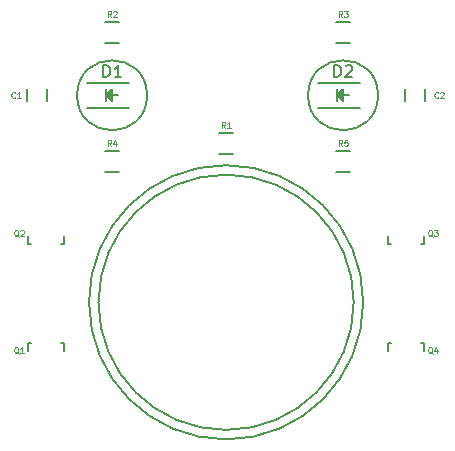
<source format=gto>
G04 #@! TF.FileFunction,Legend,Top*
%FSLAX46Y46*%
G04 Gerber Fmt 4.6, Leading zero omitted, Abs format (unit mm)*
G04 Created by KiCad (PCBNEW (2015-05-03 BZR 5637)-product) date 2015 September 05, Saturday 19:12:16*
%MOMM*%
G01*
G04 APERTURE LIST*
%ADD10C,0.100000*%
%ADD11C,0.150000*%
%ADD12C,1.651000*%
%ADD13R,1.250000X1.500000*%
%ADD14R,1.500000X1.300000*%
%ADD15R,13.000000X1.540000*%
%ADD16R,10.000000X1.540000*%
%ADD17R,2.000000X2.000000*%
%ADD18C,1.524000*%
%ADD19R,1.524000X1.524000*%
%ADD20C,1.540000*%
%ADD21R,0.800100X0.800100*%
%ADD22R,1.597660X1.800860*%
G04 APERTURE END LIST*
D10*
D11*
X131230000Y-101354000D02*
X131230000Y-102354000D01*
X132930000Y-102354000D02*
X132930000Y-101354000D01*
X164934000Y-102354000D02*
X164934000Y-101354000D01*
X163234000Y-101354000D02*
X163234000Y-102354000D01*
X147482000Y-105043000D02*
X148682000Y-105043000D01*
X148682000Y-106793000D02*
X147482000Y-106793000D01*
X137830000Y-95645000D02*
X139030000Y-95645000D01*
X139030000Y-97395000D02*
X137830000Y-97395000D01*
X157388000Y-95645000D02*
X158588000Y-95645000D01*
X158588000Y-97395000D02*
X157388000Y-97395000D01*
X137830000Y-106567000D02*
X139030000Y-106567000D01*
X139030000Y-108317000D02*
X137830000Y-108317000D01*
X158588000Y-108317000D02*
X157388000Y-108317000D01*
X157388000Y-106567000D02*
X158588000Y-106567000D01*
X159688438Y-119380000D02*
G75*
G03X159688438Y-119380000I-11606438J0D01*
G01*
X158888200Y-119380000D02*
G75*
G03X158888200Y-119380000I-10806200J0D01*
G01*
X134141160Y-122793760D02*
X134092900Y-122793760D01*
X131342180Y-123494800D02*
X131342180Y-122793760D01*
X131342180Y-122793760D02*
X131591100Y-122793760D01*
X134141160Y-122793760D02*
X134341820Y-122793760D01*
X134341820Y-122793760D02*
X134341820Y-123494800D01*
X131542840Y-114442240D02*
X131591100Y-114442240D01*
X134341820Y-113741200D02*
X134341820Y-114442240D01*
X134341820Y-114442240D02*
X134092900Y-114442240D01*
X131542840Y-114442240D02*
X131342180Y-114442240D01*
X131342180Y-114442240D02*
X131342180Y-113741200D01*
X162022840Y-114442240D02*
X162071100Y-114442240D01*
X164821820Y-113741200D02*
X164821820Y-114442240D01*
X164821820Y-114442240D02*
X164572900Y-114442240D01*
X162022840Y-114442240D02*
X161822180Y-114442240D01*
X161822180Y-114442240D02*
X161822180Y-113741200D01*
X164621160Y-122793760D02*
X164572900Y-122793760D01*
X161822180Y-123494800D02*
X161822180Y-122793760D01*
X161822180Y-122793760D02*
X162071100Y-122793760D01*
X164621160Y-122793760D02*
X164821820Y-122793760D01*
X164821820Y-122793760D02*
X164821820Y-123494800D01*
X141392124Y-101854000D02*
G75*
G03X141392124Y-101854000I-2962124J0D01*
G01*
X136280000Y-102904000D02*
X139880000Y-102904000D01*
X136280000Y-100804000D02*
X139880000Y-100804000D01*
X138330000Y-101554000D02*
X138330000Y-102154000D01*
X138330000Y-102154000D02*
X138030000Y-101854000D01*
X138030000Y-101854000D02*
X138230000Y-101654000D01*
X138230000Y-101654000D02*
X138230000Y-101904000D01*
X138230000Y-101904000D02*
X138180000Y-101854000D01*
X137930000Y-101354000D02*
X137930000Y-102354000D01*
X138430000Y-101854000D02*
X138930000Y-101854000D01*
X137930000Y-101854000D02*
X138430000Y-101354000D01*
X138430000Y-101354000D02*
X138430000Y-102354000D01*
X138430000Y-102354000D02*
X137930000Y-101854000D01*
X160950124Y-101854000D02*
G75*
G03X160950124Y-101854000I-2962124J0D01*
G01*
X155838000Y-102904000D02*
X159438000Y-102904000D01*
X155838000Y-100804000D02*
X159438000Y-100804000D01*
X157888000Y-101554000D02*
X157888000Y-102154000D01*
X157888000Y-102154000D02*
X157588000Y-101854000D01*
X157588000Y-101854000D02*
X157788000Y-101654000D01*
X157788000Y-101654000D02*
X157788000Y-101904000D01*
X157788000Y-101904000D02*
X157738000Y-101854000D01*
X157488000Y-101354000D02*
X157488000Y-102354000D01*
X157988000Y-101854000D02*
X158488000Y-101854000D01*
X157488000Y-101854000D02*
X157988000Y-101354000D01*
X157988000Y-101354000D02*
X157988000Y-102354000D01*
X157988000Y-102354000D02*
X157488000Y-101854000D01*
D10*
X130218667Y-102032571D02*
X130194857Y-102056381D01*
X130123429Y-102080190D01*
X130075810Y-102080190D01*
X130004381Y-102056381D01*
X129956762Y-102008762D01*
X129932953Y-101961143D01*
X129909143Y-101865905D01*
X129909143Y-101794476D01*
X129932953Y-101699238D01*
X129956762Y-101651619D01*
X130004381Y-101604000D01*
X130075810Y-101580190D01*
X130123429Y-101580190D01*
X130194857Y-101604000D01*
X130218667Y-101627810D01*
X130694857Y-102080190D02*
X130409143Y-102080190D01*
X130552000Y-102080190D02*
X130552000Y-101580190D01*
X130504381Y-101651619D01*
X130456762Y-101699238D01*
X130409143Y-101723048D01*
X166032667Y-102032571D02*
X166008857Y-102056381D01*
X165937429Y-102080190D01*
X165889810Y-102080190D01*
X165818381Y-102056381D01*
X165770762Y-102008762D01*
X165746953Y-101961143D01*
X165723143Y-101865905D01*
X165723143Y-101794476D01*
X165746953Y-101699238D01*
X165770762Y-101651619D01*
X165818381Y-101604000D01*
X165889810Y-101580190D01*
X165937429Y-101580190D01*
X166008857Y-101604000D01*
X166032667Y-101627810D01*
X166223143Y-101627810D02*
X166246953Y-101604000D01*
X166294572Y-101580190D01*
X166413619Y-101580190D01*
X166461238Y-101604000D01*
X166485048Y-101627810D01*
X166508857Y-101675429D01*
X166508857Y-101723048D01*
X166485048Y-101794476D01*
X166199334Y-102080190D01*
X166508857Y-102080190D01*
X147998667Y-104620190D02*
X147832000Y-104382095D01*
X147712953Y-104620190D02*
X147712953Y-104120190D01*
X147903429Y-104120190D01*
X147951048Y-104144000D01*
X147974857Y-104167810D01*
X147998667Y-104215429D01*
X147998667Y-104286857D01*
X147974857Y-104334476D01*
X147951048Y-104358286D01*
X147903429Y-104382095D01*
X147712953Y-104382095D01*
X148474857Y-104620190D02*
X148189143Y-104620190D01*
X148332000Y-104620190D02*
X148332000Y-104120190D01*
X148284381Y-104191619D01*
X148236762Y-104239238D01*
X148189143Y-104263048D01*
X138346667Y-95222190D02*
X138180000Y-94984095D01*
X138060953Y-95222190D02*
X138060953Y-94722190D01*
X138251429Y-94722190D01*
X138299048Y-94746000D01*
X138322857Y-94769810D01*
X138346667Y-94817429D01*
X138346667Y-94888857D01*
X138322857Y-94936476D01*
X138299048Y-94960286D01*
X138251429Y-94984095D01*
X138060953Y-94984095D01*
X138537143Y-94769810D02*
X138560953Y-94746000D01*
X138608572Y-94722190D01*
X138727619Y-94722190D01*
X138775238Y-94746000D01*
X138799048Y-94769810D01*
X138822857Y-94817429D01*
X138822857Y-94865048D01*
X138799048Y-94936476D01*
X138513334Y-95222190D01*
X138822857Y-95222190D01*
X157904667Y-95222190D02*
X157738000Y-94984095D01*
X157618953Y-95222190D02*
X157618953Y-94722190D01*
X157809429Y-94722190D01*
X157857048Y-94746000D01*
X157880857Y-94769810D01*
X157904667Y-94817429D01*
X157904667Y-94888857D01*
X157880857Y-94936476D01*
X157857048Y-94960286D01*
X157809429Y-94984095D01*
X157618953Y-94984095D01*
X158071334Y-94722190D02*
X158380857Y-94722190D01*
X158214191Y-94912667D01*
X158285619Y-94912667D01*
X158333238Y-94936476D01*
X158357048Y-94960286D01*
X158380857Y-95007905D01*
X158380857Y-95126952D01*
X158357048Y-95174571D01*
X158333238Y-95198381D01*
X158285619Y-95222190D01*
X158142762Y-95222190D01*
X158095143Y-95198381D01*
X158071334Y-95174571D01*
X138346667Y-106144190D02*
X138180000Y-105906095D01*
X138060953Y-106144190D02*
X138060953Y-105644190D01*
X138251429Y-105644190D01*
X138299048Y-105668000D01*
X138322857Y-105691810D01*
X138346667Y-105739429D01*
X138346667Y-105810857D01*
X138322857Y-105858476D01*
X138299048Y-105882286D01*
X138251429Y-105906095D01*
X138060953Y-105906095D01*
X138775238Y-105810857D02*
X138775238Y-106144190D01*
X138656191Y-105620381D02*
X138537143Y-105977524D01*
X138846667Y-105977524D01*
X157904667Y-106144190D02*
X157738000Y-105906095D01*
X157618953Y-106144190D02*
X157618953Y-105644190D01*
X157809429Y-105644190D01*
X157857048Y-105668000D01*
X157880857Y-105691810D01*
X157904667Y-105739429D01*
X157904667Y-105810857D01*
X157880857Y-105858476D01*
X157857048Y-105882286D01*
X157809429Y-105906095D01*
X157618953Y-105906095D01*
X158357048Y-105644190D02*
X158118953Y-105644190D01*
X158095143Y-105882286D01*
X158118953Y-105858476D01*
X158166572Y-105834667D01*
X158285619Y-105834667D01*
X158333238Y-105858476D01*
X158357048Y-105882286D01*
X158380857Y-105929905D01*
X158380857Y-106048952D01*
X158357048Y-106096571D01*
X158333238Y-106120381D01*
X158285619Y-106144190D01*
X158166572Y-106144190D01*
X158118953Y-106120381D01*
X158095143Y-106096571D01*
X130508381Y-123717810D02*
X130460762Y-123694000D01*
X130413143Y-123646381D01*
X130341714Y-123574952D01*
X130294095Y-123551143D01*
X130246476Y-123551143D01*
X130270286Y-123670190D02*
X130222667Y-123646381D01*
X130175048Y-123598762D01*
X130151238Y-123503524D01*
X130151238Y-123336857D01*
X130175048Y-123241619D01*
X130222667Y-123194000D01*
X130270286Y-123170190D01*
X130365524Y-123170190D01*
X130413143Y-123194000D01*
X130460762Y-123241619D01*
X130484571Y-123336857D01*
X130484571Y-123503524D01*
X130460762Y-123598762D01*
X130413143Y-123646381D01*
X130365524Y-123670190D01*
X130270286Y-123670190D01*
X130960762Y-123670190D02*
X130675048Y-123670190D01*
X130817905Y-123670190D02*
X130817905Y-123170190D01*
X130770286Y-123241619D01*
X130722667Y-123289238D01*
X130675048Y-123313048D01*
X130508381Y-113811810D02*
X130460762Y-113788000D01*
X130413143Y-113740381D01*
X130341714Y-113668952D01*
X130294095Y-113645143D01*
X130246476Y-113645143D01*
X130270286Y-113764190D02*
X130222667Y-113740381D01*
X130175048Y-113692762D01*
X130151238Y-113597524D01*
X130151238Y-113430857D01*
X130175048Y-113335619D01*
X130222667Y-113288000D01*
X130270286Y-113264190D01*
X130365524Y-113264190D01*
X130413143Y-113288000D01*
X130460762Y-113335619D01*
X130484571Y-113430857D01*
X130484571Y-113597524D01*
X130460762Y-113692762D01*
X130413143Y-113740381D01*
X130365524Y-113764190D01*
X130270286Y-113764190D01*
X130675048Y-113311810D02*
X130698858Y-113288000D01*
X130746477Y-113264190D01*
X130865524Y-113264190D01*
X130913143Y-113288000D01*
X130936953Y-113311810D01*
X130960762Y-113359429D01*
X130960762Y-113407048D01*
X130936953Y-113478476D01*
X130651239Y-113764190D01*
X130960762Y-113764190D01*
X165560381Y-113811810D02*
X165512762Y-113788000D01*
X165465143Y-113740381D01*
X165393714Y-113668952D01*
X165346095Y-113645143D01*
X165298476Y-113645143D01*
X165322286Y-113764190D02*
X165274667Y-113740381D01*
X165227048Y-113692762D01*
X165203238Y-113597524D01*
X165203238Y-113430857D01*
X165227048Y-113335619D01*
X165274667Y-113288000D01*
X165322286Y-113264190D01*
X165417524Y-113264190D01*
X165465143Y-113288000D01*
X165512762Y-113335619D01*
X165536571Y-113430857D01*
X165536571Y-113597524D01*
X165512762Y-113692762D01*
X165465143Y-113740381D01*
X165417524Y-113764190D01*
X165322286Y-113764190D01*
X165703239Y-113264190D02*
X166012762Y-113264190D01*
X165846096Y-113454667D01*
X165917524Y-113454667D01*
X165965143Y-113478476D01*
X165988953Y-113502286D01*
X166012762Y-113549905D01*
X166012762Y-113668952D01*
X165988953Y-113716571D01*
X165965143Y-113740381D01*
X165917524Y-113764190D01*
X165774667Y-113764190D01*
X165727048Y-113740381D01*
X165703239Y-113716571D01*
X165560381Y-123717810D02*
X165512762Y-123694000D01*
X165465143Y-123646381D01*
X165393714Y-123574952D01*
X165346095Y-123551143D01*
X165298476Y-123551143D01*
X165322286Y-123670190D02*
X165274667Y-123646381D01*
X165227048Y-123598762D01*
X165203238Y-123503524D01*
X165203238Y-123336857D01*
X165227048Y-123241619D01*
X165274667Y-123194000D01*
X165322286Y-123170190D01*
X165417524Y-123170190D01*
X165465143Y-123194000D01*
X165512762Y-123241619D01*
X165536571Y-123336857D01*
X165536571Y-123503524D01*
X165512762Y-123598762D01*
X165465143Y-123646381D01*
X165417524Y-123670190D01*
X165322286Y-123670190D01*
X165965143Y-123336857D02*
X165965143Y-123670190D01*
X165846096Y-123146381D02*
X165727048Y-123503524D01*
X166036572Y-123503524D01*
D11*
X137691905Y-100306381D02*
X137691905Y-99306381D01*
X137930000Y-99306381D01*
X138072858Y-99354000D01*
X138168096Y-99449238D01*
X138215715Y-99544476D01*
X138263334Y-99734952D01*
X138263334Y-99877810D01*
X138215715Y-100068286D01*
X138168096Y-100163524D01*
X138072858Y-100258762D01*
X137930000Y-100306381D01*
X137691905Y-100306381D01*
X139215715Y-100306381D02*
X138644286Y-100306381D01*
X138930000Y-100306381D02*
X138930000Y-99306381D01*
X138834762Y-99449238D01*
X138739524Y-99544476D01*
X138644286Y-99592095D01*
X157249905Y-100306381D02*
X157249905Y-99306381D01*
X157488000Y-99306381D01*
X157630858Y-99354000D01*
X157726096Y-99449238D01*
X157773715Y-99544476D01*
X157821334Y-99734952D01*
X157821334Y-99877810D01*
X157773715Y-100068286D01*
X157726096Y-100163524D01*
X157630858Y-100258762D01*
X157488000Y-100306381D01*
X157249905Y-100306381D01*
X158202286Y-99401619D02*
X158249905Y-99354000D01*
X158345143Y-99306381D01*
X158583239Y-99306381D01*
X158678477Y-99354000D01*
X158726096Y-99401619D01*
X158773715Y-99496857D01*
X158773715Y-99592095D01*
X158726096Y-99734952D01*
X158154667Y-100306381D01*
X158773715Y-100306381D01*
%LPC*%
D12*
X152654000Y-104648000D03*
X152654000Y-107188000D03*
X143510000Y-104648000D03*
X143510000Y-107188000D03*
D13*
X132080000Y-103104000D03*
X132080000Y-100604000D03*
X164084000Y-100604000D03*
X164084000Y-103104000D03*
D14*
X149432000Y-105918000D03*
X146732000Y-105918000D03*
X139780000Y-96520000D03*
X137080000Y-96520000D03*
X159338000Y-96520000D03*
X156638000Y-96520000D03*
X139780000Y-107442000D03*
X137080000Y-107442000D03*
X156638000Y-107442000D03*
X159338000Y-107442000D03*
D15*
X149098000Y-120904000D03*
X147320000Y-118110000D03*
D16*
X146812000Y-123698000D03*
D17*
X138811000Y-119380000D03*
D18*
X150153000Y-111653000D03*
D10*
G36*
X150362574Y-110885335D02*
X151794665Y-111406574D01*
X151273426Y-112838665D01*
X149841335Y-112317426D01*
X150362574Y-110885335D01*
X150362574Y-110885335D01*
G37*
G36*
X151094429Y-111117358D02*
X152475642Y-111761429D01*
X151831571Y-113142642D01*
X150450358Y-112498571D01*
X151094429Y-111117358D01*
X151094429Y-111117358D01*
G37*
G36*
X151803089Y-111411089D02*
X153122911Y-112173089D01*
X152360911Y-113492911D01*
X151041089Y-112730911D01*
X151803089Y-111411089D01*
X151803089Y-111411089D01*
G37*
G36*
X152483871Y-111765741D02*
X153732259Y-112639871D01*
X152858129Y-113888259D01*
X151609741Y-113014129D01*
X152483871Y-111765741D01*
X152483871Y-111765741D01*
G37*
G36*
X153130078Y-112178470D02*
X154297530Y-113158078D01*
X153317922Y-114325530D01*
X152150470Y-113345922D01*
X153130078Y-112178470D01*
X153130078Y-112178470D01*
G37*
G36*
X153739000Y-112645369D02*
X154816631Y-113723000D01*
X153739000Y-114800631D01*
X152661369Y-113723000D01*
X153739000Y-112645369D01*
X153739000Y-112645369D01*
G37*
G36*
X154303922Y-113164470D02*
X155283530Y-114331922D01*
X154116078Y-115311530D01*
X153136470Y-114144078D01*
X154303922Y-113164470D01*
X154303922Y-113164470D01*
G37*
G36*
X154822129Y-113729741D02*
X155696259Y-114978129D01*
X154447871Y-115852259D01*
X153573741Y-114603871D01*
X154822129Y-113729741D01*
X154822129Y-113729741D01*
G37*
G36*
X155288911Y-114339089D02*
X156050911Y-115658911D01*
X154731089Y-116420911D01*
X153969089Y-115101089D01*
X155288911Y-114339089D01*
X155288911Y-114339089D01*
G37*
G36*
X155700571Y-114986358D02*
X156344642Y-116367571D01*
X154963429Y-117011642D01*
X154319358Y-115630429D01*
X155700571Y-114986358D01*
X155700571Y-114986358D01*
G37*
G36*
X156055426Y-115667335D02*
X156576665Y-117099426D01*
X155144574Y-117620665D01*
X154623335Y-116188574D01*
X156055426Y-115667335D01*
X156055426Y-115667335D01*
G37*
G36*
X156347815Y-116375744D02*
X156742256Y-117847815D01*
X155270185Y-118242256D01*
X154875744Y-116770185D01*
X156347815Y-116375744D01*
X156347815Y-116375744D01*
G37*
G36*
X156578104Y-117108257D02*
X156842743Y-118609104D01*
X155341896Y-118873743D01*
X155077257Y-117372896D01*
X156578104Y-117108257D01*
X156578104Y-117108257D01*
G37*
G36*
X156744688Y-117857487D02*
X156877513Y-119375688D01*
X155359312Y-119508513D01*
X155226487Y-117990312D01*
X156744688Y-117857487D01*
X156744688Y-117857487D01*
G37*
D19*
X156082000Y-119380000D03*
D10*
G36*
X156877513Y-119384312D02*
X156744688Y-120902513D01*
X155226487Y-120769688D01*
X155359312Y-119251487D01*
X156877513Y-119384312D01*
X156877513Y-119384312D01*
G37*
G36*
X156842743Y-120150896D02*
X156578104Y-121651743D01*
X155077257Y-121387104D01*
X155341896Y-119886257D01*
X156842743Y-120150896D01*
X156842743Y-120150896D01*
G37*
G36*
X156742256Y-120912185D02*
X156347815Y-122384256D01*
X154875744Y-121989815D01*
X155270185Y-120517744D01*
X156742256Y-120912185D01*
X156742256Y-120912185D01*
G37*
G36*
X156576665Y-121660574D02*
X156055426Y-123092665D01*
X154623335Y-122571426D01*
X155144574Y-121139335D01*
X156576665Y-121660574D01*
X156576665Y-121660574D01*
G37*
G36*
X156344642Y-122392429D02*
X155700571Y-123773642D01*
X154319358Y-123129571D01*
X154963429Y-121748358D01*
X156344642Y-122392429D01*
X156344642Y-122392429D01*
G37*
G36*
X156050911Y-123101089D02*
X155288911Y-124420911D01*
X153969089Y-123658911D01*
X154731089Y-122339089D01*
X156050911Y-123101089D01*
X156050911Y-123101089D01*
G37*
G36*
X155696259Y-123781871D02*
X154822129Y-125030259D01*
X153573741Y-124156129D01*
X154447871Y-122907741D01*
X155696259Y-123781871D01*
X155696259Y-123781871D01*
G37*
G36*
X155283530Y-124428078D02*
X154303922Y-125595530D01*
X153136470Y-124615922D01*
X154116078Y-123448470D01*
X155283530Y-124428078D01*
X155283530Y-124428078D01*
G37*
G36*
X154816631Y-125037000D02*
X153739000Y-126114631D01*
X152661369Y-125037000D01*
X153739000Y-123959369D01*
X154816631Y-125037000D01*
X154816631Y-125037000D01*
G37*
G36*
X154297530Y-125601922D02*
X153130078Y-126581530D01*
X152150470Y-125414078D01*
X153317922Y-124434470D01*
X154297530Y-125601922D01*
X154297530Y-125601922D01*
G37*
G36*
X153732259Y-126120129D02*
X152483871Y-126994259D01*
X151609741Y-125745871D01*
X152858129Y-124871741D01*
X153732259Y-126120129D01*
X153732259Y-126120129D01*
G37*
G36*
X153122911Y-126586911D02*
X151803089Y-127348911D01*
X151041089Y-126029089D01*
X152360911Y-125267089D01*
X153122911Y-126586911D01*
X153122911Y-126586911D01*
G37*
G36*
X152475642Y-126998571D02*
X151094429Y-127642642D01*
X150450358Y-126261429D01*
X151831571Y-125617358D01*
X152475642Y-126998571D01*
X152475642Y-126998571D01*
G37*
G36*
X151794665Y-127353426D02*
X150362574Y-127874665D01*
X149841335Y-126442574D01*
X151273426Y-125921335D01*
X151794665Y-127353426D01*
X151794665Y-127353426D01*
G37*
D18*
X150153000Y-127107000D03*
X146693000Y-127258000D03*
D10*
G36*
X146549815Y-128040256D02*
X145077744Y-127645815D01*
X145472185Y-126173744D01*
X146944256Y-126568185D01*
X146549815Y-128040256D01*
X146549815Y-128040256D01*
G37*
G36*
X145801426Y-127874665D02*
X144369335Y-127353426D01*
X144890574Y-125921335D01*
X146322665Y-126442574D01*
X145801426Y-127874665D01*
X145801426Y-127874665D01*
G37*
G36*
X145069571Y-127642642D02*
X143688358Y-126998571D01*
X144332429Y-125617358D01*
X145713642Y-126261429D01*
X145069571Y-127642642D01*
X145069571Y-127642642D01*
G37*
G36*
X144360911Y-127348911D02*
X143041089Y-126586911D01*
X143803089Y-125267089D01*
X145122911Y-126029089D01*
X144360911Y-127348911D01*
X144360911Y-127348911D01*
G37*
G36*
X143680129Y-126994259D02*
X142431741Y-126120129D01*
X143305871Y-124871741D01*
X144554259Y-125745871D01*
X143680129Y-126994259D01*
X143680129Y-126994259D01*
G37*
G36*
X143033922Y-126581530D02*
X141866470Y-125601922D01*
X142846078Y-124434470D01*
X144013530Y-125414078D01*
X143033922Y-126581530D01*
X143033922Y-126581530D01*
G37*
G36*
X142425000Y-126114631D02*
X141347369Y-125037000D01*
X142425000Y-123959369D01*
X143502631Y-125037000D01*
X142425000Y-126114631D01*
X142425000Y-126114631D01*
G37*
G36*
X141860078Y-125595530D02*
X140880470Y-124428078D01*
X142047922Y-123448470D01*
X143027530Y-124615922D01*
X141860078Y-125595530D01*
X141860078Y-125595530D01*
G37*
G36*
X141341871Y-125030259D02*
X140467741Y-123781871D01*
X141716129Y-122907741D01*
X142590259Y-124156129D01*
X141341871Y-125030259D01*
X141341871Y-125030259D01*
G37*
G36*
X140875089Y-124420911D02*
X140113089Y-123101089D01*
X141432911Y-122339089D01*
X142194911Y-123658911D01*
X140875089Y-124420911D01*
X140875089Y-124420911D01*
G37*
G36*
X140463429Y-123773642D02*
X139819358Y-122392429D01*
X141200571Y-121748358D01*
X141844642Y-123129571D01*
X140463429Y-123773642D01*
X140463429Y-123773642D01*
G37*
G36*
X140108574Y-123092665D02*
X139587335Y-121660574D01*
X141019426Y-121139335D01*
X141540665Y-122571426D01*
X140108574Y-123092665D01*
X140108574Y-123092665D01*
G37*
G36*
X139816185Y-122384256D02*
X139421744Y-120912185D01*
X140893815Y-120517744D01*
X141288256Y-121989815D01*
X139816185Y-122384256D01*
X139816185Y-122384256D01*
G37*
G36*
X139585896Y-121651743D02*
X139321257Y-120150896D01*
X140822104Y-119886257D01*
X141086743Y-121387104D01*
X139585896Y-121651743D01*
X139585896Y-121651743D01*
G37*
G36*
X139419312Y-120902513D02*
X139286487Y-119384312D01*
X140804688Y-119251487D01*
X140937513Y-120769688D01*
X139419312Y-120902513D01*
X139419312Y-120902513D01*
G37*
D19*
X140082000Y-119380000D03*
D10*
G36*
X139286487Y-119375688D02*
X139419312Y-117857487D01*
X140937513Y-117990312D01*
X140804688Y-119508513D01*
X139286487Y-119375688D01*
X139286487Y-119375688D01*
G37*
G36*
X139321257Y-118609104D02*
X139585896Y-117108257D01*
X141086743Y-117372896D01*
X140822104Y-118873743D01*
X139321257Y-118609104D01*
X139321257Y-118609104D01*
G37*
G36*
X139421744Y-117847815D02*
X139816185Y-116375744D01*
X141288256Y-116770185D01*
X140893815Y-118242256D01*
X139421744Y-117847815D01*
X139421744Y-117847815D01*
G37*
G36*
X139587335Y-117099426D02*
X140108574Y-115667335D01*
X141540665Y-116188574D01*
X141019426Y-117620665D01*
X139587335Y-117099426D01*
X139587335Y-117099426D01*
G37*
G36*
X139819358Y-116367571D02*
X140463429Y-114986358D01*
X141844642Y-115630429D01*
X141200571Y-117011642D01*
X139819358Y-116367571D01*
X139819358Y-116367571D01*
G37*
G36*
X140113089Y-115658911D02*
X140875089Y-114339089D01*
X142194911Y-115101089D01*
X141432911Y-116420911D01*
X140113089Y-115658911D01*
X140113089Y-115658911D01*
G37*
G36*
X140467741Y-114978129D02*
X141341871Y-113729741D01*
X142590259Y-114603871D01*
X141716129Y-115852259D01*
X140467741Y-114978129D01*
X140467741Y-114978129D01*
G37*
G36*
X140880470Y-114331922D02*
X141860078Y-113164470D01*
X143027530Y-114144078D01*
X142047922Y-115311530D01*
X140880470Y-114331922D01*
X140880470Y-114331922D01*
G37*
G36*
X141347369Y-113723000D02*
X142425000Y-112645369D01*
X143502631Y-113723000D01*
X142425000Y-114800631D01*
X141347369Y-113723000D01*
X141347369Y-113723000D01*
G37*
G36*
X141866470Y-113158078D02*
X143033922Y-112178470D01*
X144013530Y-113345922D01*
X142846078Y-114325530D01*
X141866470Y-113158078D01*
X141866470Y-113158078D01*
G37*
G36*
X142431741Y-112639871D02*
X143680129Y-111765741D01*
X144554259Y-113014129D01*
X143305871Y-113888259D01*
X142431741Y-112639871D01*
X142431741Y-112639871D01*
G37*
G36*
X143041089Y-112173089D02*
X144360911Y-111411089D01*
X145122911Y-112730911D01*
X143803089Y-113492911D01*
X143041089Y-112173089D01*
X143041089Y-112173089D01*
G37*
G36*
X143688358Y-111761429D02*
X145069571Y-111117358D01*
X145713642Y-112498571D01*
X144332429Y-113142642D01*
X143688358Y-111761429D01*
X143688358Y-111761429D01*
G37*
G36*
X144369335Y-111406574D02*
X145801426Y-110885335D01*
X146322665Y-112317426D01*
X144890574Y-112838665D01*
X144369335Y-111406574D01*
X144369335Y-111406574D01*
G37*
D18*
X146011000Y-111653000D03*
D17*
X157353000Y-119380000D03*
D16*
X149982000Y-115080000D03*
D20*
X144780000Y-115062000D03*
X142494000Y-120904000D03*
X151892000Y-123698000D03*
X153924000Y-118110000D03*
D21*
X131892000Y-124444760D03*
X133792000Y-124444760D03*
X132842000Y-122445780D03*
X133792000Y-112791240D03*
X131892000Y-112791240D03*
X132842000Y-114790220D03*
X164272000Y-112791240D03*
X162372000Y-112791240D03*
X163322000Y-114790220D03*
X162372000Y-124444760D03*
X164272000Y-124444760D03*
X163322000Y-122445780D03*
D22*
X139849860Y-101854000D03*
X137010140Y-101854000D03*
X159407860Y-101854000D03*
X156568140Y-101854000D03*
M02*

</source>
